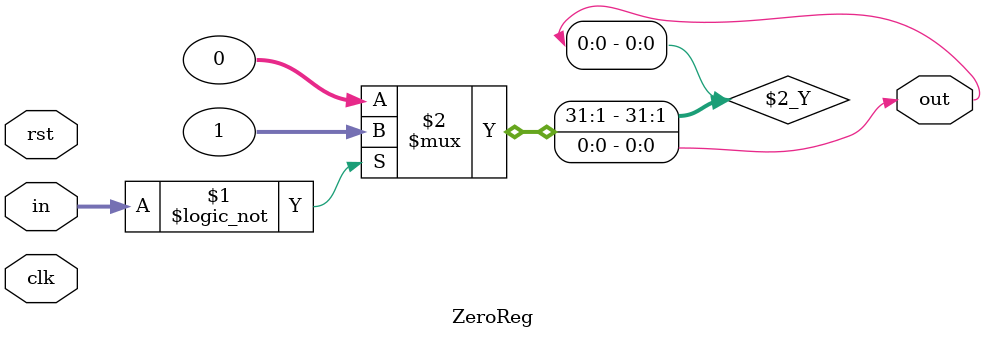
<source format=v>
`timescale 1ns/1ns
module ZeroReg (clk, rst, in, out);
  input clk,rst;
  input [7:0] in;
  output out;
  assign out = (in == 0) ? 1 : 0;
endmodule



</source>
